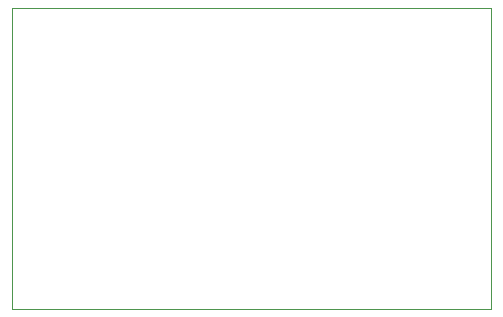
<source format=gbr>
%TF.GenerationSoftware,KiCad,Pcbnew,9.0.6*%
%TF.CreationDate,2025-12-12T15:58:06+01:00*%
%TF.ProjectId,nsm4202A_MAN3910,6e736d34-3230-4324-915f-4d414e333931,rev?*%
%TF.SameCoordinates,Original*%
%TF.FileFunction,Profile,NP*%
%FSLAX46Y46*%
G04 Gerber Fmt 4.6, Leading zero omitted, Abs format (unit mm)*
G04 Created by KiCad (PCBNEW 9.0.6) date 2025-12-12 15:58:06*
%MOMM*%
%LPD*%
G01*
G04 APERTURE LIST*
%TA.AperFunction,Profile*%
%ADD10C,0.050000*%
%TD*%
G04 APERTURE END LIST*
D10*
X100000000Y-75000000D02*
X140500000Y-75000000D01*
X140500000Y-100500000D01*
X100000000Y-100500000D01*
X100000000Y-75000000D01*
M02*

</source>
